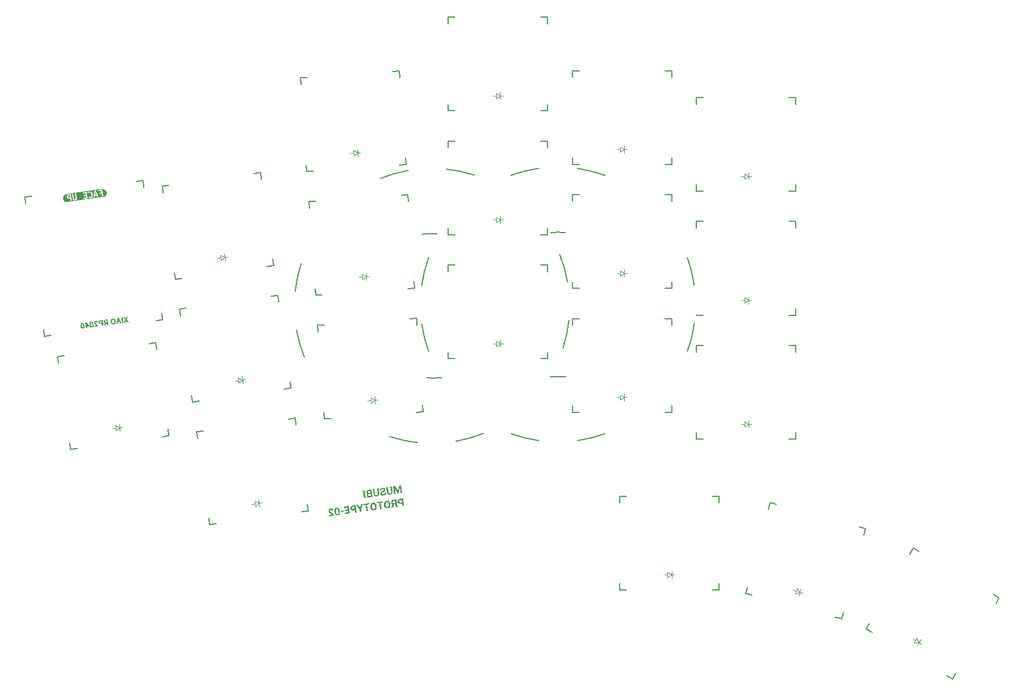
<source format=gbo>
G04 #@! TF.GenerationSoftware,KiCad,Pcbnew,(6.0.7-1)-1*
G04 #@! TF.CreationDate,2023-01-14T03:29:51-05:00*
G04 #@! TF.ProjectId,musubi_rev2,6d757375-6269-45f7-9265-76322e6b6963,rev?*
G04 #@! TF.SameCoordinates,Original*
G04 #@! TF.FileFunction,Legend,Bot*
G04 #@! TF.FilePolarity,Positive*
%FSLAX46Y46*%
G04 Gerber Fmt 4.6, Leading zero omitted, Abs format (unit mm)*
G04 Created by KiCad (PCBNEW (6.0.7-1)-1) date 2023-01-14 03:29:51*
%MOMM*%
%LPD*%
G01*
G04 APERTURE LIST*
G04 Aperture macros list*
%AMHorizOval*
0 Thick line with rounded ends*
0 $1 width*
0 $2 $3 position (X,Y) of the first rounded end (center of the circle)*
0 $4 $5 position (X,Y) of the second rounded end (center of the circle)*
0 Add line between two ends*
20,1,$1,$2,$3,$4,$5,0*
0 Add two circle primitives to create the rounded ends*
1,1,$1,$2,$3*
1,1,$1,$4,$5*%
%AMRotRect*
0 Rectangle, with rotation*
0 The origin of the aperture is its center*
0 $1 length*
0 $2 width*
0 $3 Rotation angle, in degrees counterclockwise*
0 Add horizontal line*
21,1,$1,$2,0,0,$3*%
G04 Aperture macros list end*
%ADD10C,0.100000*%
%ADD11C,0.150000*%
%ADD12C,0.200000*%
%ADD13R,1.200000X1.200000*%
%ADD14O,0.300000X4.100000*%
%ADD15C,1.300000*%
%ADD16O,5.100000X0.300000*%
%ADD17O,2.000000X4.100000*%
%ADD18O,5.100000X4.100000*%
%ADD19C,1.600000*%
%ADD20C,1.400000*%
%ADD21RotRect,1.200000X1.200000X184.000000*%
%ADD22C,1.500000*%
%ADD23O,2.200000X1.600000*%
%ADD24HorizOval,0.300000X2.376643X0.334015X-2.376643X-0.334015X0*%
%ADD25HorizOval,0.300000X-0.264429X1.881509X0.264429X-1.881509X0*%
%ADD26HorizOval,4.100000X0.495134X0.069587X-0.495134X-0.069587X0*%
%ADD27HorizOval,2.000000X-0.146132X1.039781X0.146132X-1.039781X0*%
%ADD28RotRect,1.200000X1.200000X188.000000*%
%ADD29C,2.600000*%
%ADD30C,4.400000*%
%ADD31HorizOval,0.300000X2.394154X0.167416X-2.394154X-0.167416X0*%
%ADD32HorizOval,0.300000X-0.132537X1.895372X0.132537X-1.895372X0*%
%ADD33HorizOval,2.000000X-0.073244X1.047442X0.073244X-1.047442X0*%
%ADD34HorizOval,4.100000X0.498782X0.034878X-0.498782X-0.034878X0*%
%ADD35HorizOval,2.000000X-0.525000X-0.909327X0.525000X0.909327X0*%
%ADD36HorizOval,0.300000X2.078461X-1.200000X-2.078461X1.200000X0*%
%ADD37HorizOval,4.100000X0.433013X-0.250000X-0.433013X0.250000X0*%
%ADD38HorizOval,0.300000X-0.950000X-1.645448X0.950000X1.645448X0*%
%ADD39HorizOval,1.800000X0.470377X0.066107X-0.470377X-0.066107X0*%
%ADD40HorizOval,1.800000X-0.470377X-0.066107X0.470377X0.066107X0*%
%ADD41C,1.397000*%
%ADD42RotRect,1.200000X1.200000X165.000000*%
%ADD43RotRect,1.200000X1.200000X150.000000*%
%ADD44HorizOval,0.300000X2.318222X-0.621166X-2.318222X0.621166X0*%
%ADD45HorizOval,4.100000X0.482963X-0.129410X-0.482963X0.129410X0*%
%ADD46HorizOval,0.300000X-0.491756X-1.835259X0.491756X1.835259X0*%
%ADD47HorizOval,2.000000X-0.271760X-1.014222X0.271760X1.014222X0*%
G04 APERTURE END LIST*
D10*
X153616364Y-98450848D02*
X153616364Y-99000848D01*
X154016364Y-98450848D02*
X153616364Y-98450848D01*
X153016364Y-98450848D02*
X152516364Y-98450848D01*
X153616364Y-98450848D02*
X153616364Y-97900848D01*
X153016364Y-98050848D02*
X153616364Y-98450848D01*
X153616364Y-98450848D02*
X153016364Y-98850848D01*
X153016364Y-98850848D02*
X153016364Y-98050848D01*
D11*
X160666363Y-50701074D02*
X160666363Y-49701074D01*
X159666363Y-63701074D02*
X160666363Y-63701074D01*
X160666363Y-49701074D02*
X159666363Y-49701074D01*
X145866363Y-49701074D02*
X145866363Y-50701074D01*
X145866371Y-49700910D02*
X146866371Y-49700910D01*
X146866371Y-63700910D02*
X145866371Y-63700910D01*
X160666371Y-62700910D02*
X160666371Y-63700910D01*
X145866371Y-63700910D02*
X145866371Y-62700910D01*
D10*
X115843283Y-98921997D02*
X115344501Y-98956875D01*
X115871186Y-99321023D02*
X115815380Y-98522971D01*
X115815380Y-98522971D02*
X116441821Y-98880143D01*
X116441821Y-98880143D02*
X116480187Y-99428803D01*
X116840847Y-98852241D02*
X116441821Y-98880143D01*
X116441821Y-98880143D02*
X115871186Y-99321023D01*
X116441821Y-98880143D02*
X116403455Y-98331483D01*
X134516439Y-53850910D02*
X134516439Y-53050910D01*
X134516439Y-53050910D02*
X135116439Y-53450910D01*
X134516439Y-53450910D02*
X134016439Y-53450910D01*
X135116439Y-53450910D02*
X135116439Y-52900910D01*
X135116439Y-53450910D02*
X135116439Y-54000910D01*
X135116439Y-53450910D02*
X134516439Y-53850910D01*
X135516439Y-53450910D02*
X135116439Y-53450910D01*
X171516327Y-65850912D02*
X171516327Y-65050912D01*
X172116327Y-65450912D02*
X172116327Y-64900912D01*
X171516327Y-65050912D02*
X172116327Y-65450912D01*
X172116327Y-65450912D02*
X171516327Y-65850912D01*
X172516327Y-65450912D02*
X172116327Y-65450912D01*
X172116327Y-65450912D02*
X172116327Y-66000912D01*
X171516327Y-65450912D02*
X171016327Y-65450912D01*
D11*
X152911612Y-127200783D02*
X152911612Y-126200783D01*
X153911612Y-127200783D02*
X152911612Y-127200783D01*
X166711604Y-127200947D02*
X167711604Y-127200947D01*
X152911612Y-113200783D02*
X153911612Y-113200783D01*
X167711612Y-126200783D02*
X167711612Y-127200783D01*
X152911604Y-113200947D02*
X152911604Y-114200947D01*
X167711604Y-113200947D02*
X166711604Y-113200947D01*
X167711604Y-114200947D02*
X167711604Y-113200947D01*
X91822189Y-117468418D02*
X91683016Y-116478150D01*
X104529748Y-101545067D02*
X103539480Y-101684240D01*
X104668921Y-102535335D02*
X104529748Y-101545067D01*
X105487903Y-115547993D02*
X106478171Y-115408820D01*
X89873780Y-103604829D02*
X90012954Y-104595097D01*
X89873766Y-103604665D02*
X90864034Y-103465492D01*
X92812457Y-117329245D02*
X91822189Y-117468418D01*
X106338983Y-114418388D02*
X106478156Y-115408656D01*
D10*
X99167978Y-114260231D02*
X98629486Y-114739843D01*
X98518148Y-113947628D02*
X99167978Y-114260231D01*
X99167978Y-114260231D02*
X99091433Y-113715584D01*
X99564085Y-114204562D02*
X99167978Y-114260231D01*
X98629486Y-114739843D02*
X98518148Y-113947628D01*
X98573817Y-114343735D02*
X98078683Y-114413322D01*
X99167978Y-114260231D02*
X99244523Y-114804879D01*
X172116324Y-83950865D02*
X172116324Y-84500865D01*
X172116324Y-83950865D02*
X172116324Y-83400865D01*
X172116324Y-83950865D02*
X171516324Y-84350865D01*
X171516324Y-83950865D02*
X171016324Y-83950865D01*
X171516324Y-84350865D02*
X171516324Y-83550865D01*
X171516324Y-83550865D02*
X172116324Y-83950865D01*
X172516324Y-83950865D02*
X172116324Y-83950865D01*
D11*
X122634055Y-100702785D02*
X123631619Y-100633028D01*
X123561859Y-99635300D02*
X123631615Y-100632864D01*
X107891080Y-87699527D02*
X107960837Y-88697091D01*
X109865231Y-101595503D02*
X108867667Y-101665260D01*
X122724785Y-87664695D02*
X122655028Y-86667131D01*
X122655028Y-86667131D02*
X121657464Y-86736888D01*
X107891077Y-87699363D02*
X108888641Y-87629607D01*
X108867667Y-101665260D02*
X108797911Y-100667696D01*
X209508193Y-128365857D02*
X208642168Y-127865857D01*
X190557131Y-133590075D02*
X189691106Y-133090075D01*
X189691106Y-133090075D02*
X190191106Y-132224049D01*
X209008193Y-129231883D02*
X209508193Y-128365857D01*
X203008282Y-139624049D02*
X202508282Y-140490075D01*
X196691017Y-120965857D02*
X196191017Y-121831883D01*
X201642168Y-139990213D02*
X202508193Y-140490213D01*
X196691106Y-120965719D02*
X197557131Y-121465719D01*
X72048954Y-106109745D02*
X71058686Y-106248918D01*
X71058686Y-106248918D02*
X70919513Y-105258650D01*
X85575480Y-103198888D02*
X85714653Y-104189156D01*
X69110263Y-92385165D02*
X70100531Y-92245992D01*
X69110277Y-92385329D02*
X69249451Y-93375597D01*
X83905418Y-91315835D02*
X83766245Y-90325567D01*
X83766245Y-90325567D02*
X82775977Y-90464740D01*
X84724400Y-104328493D02*
X85714668Y-104189320D01*
D12*
X143723799Y-73807981D02*
G75*
G03*
X142595414Y-73867117I-6J-10794921D01*
G01*
X163009933Y-91611029D02*
G75*
G03*
X164043799Y-87460481I-19286134J7008048D01*
G01*
X146581299Y-104922981D02*
G75*
G03*
X150731844Y-103889116I-2857506J20320019D01*
G01*
X136715754Y-103889115D02*
G75*
G03*
X140866299Y-104922981I7008105J19286364D01*
G01*
X123403798Y-87460481D02*
G75*
G03*
X124437664Y-91611027I20320001J2857500D01*
G01*
X124437664Y-77594937D02*
G75*
G03*
X123403799Y-81745481I19286255J-7008074D01*
G01*
X164043799Y-81745481D02*
G75*
G03*
X163009933Y-77594933I-20320000J-2857500D01*
G01*
X140866299Y-64282980D02*
G75*
G03*
X136715753Y-65316846I2857500J-20320001D01*
G01*
X144852184Y-73867118D02*
G75*
G03*
X143723799Y-73807981I-1128385J-10735763D01*
G01*
X143723799Y-95397982D02*
G75*
G03*
X144852184Y-95338845I0J10794901D01*
G01*
X150731848Y-65316848D02*
G75*
G03*
X146581299Y-64282981I-7008049J-19286133D01*
G01*
X142595414Y-95338845D02*
G75*
G03*
X143723799Y-95397981I1128379J10735785D01*
G01*
D11*
X179166325Y-91700992D02*
X179166325Y-90700992D01*
X178166325Y-104700992D02*
X179166325Y-104700992D01*
X165366333Y-104700828D02*
X164366333Y-104700828D01*
X164366333Y-90700828D02*
X165366333Y-90700828D01*
X179166325Y-90700992D02*
X178166325Y-90700992D01*
X164366333Y-104700828D02*
X164366333Y-103700828D01*
X164366325Y-90700992D02*
X164366325Y-91700992D01*
X179166333Y-103700828D02*
X179166333Y-104700828D01*
D10*
X134521404Y-90850920D02*
X134521404Y-90050920D01*
X135121404Y-90450920D02*
X135121404Y-91000920D01*
X134521404Y-90050920D02*
X135121404Y-90450920D01*
X135521404Y-90450920D02*
X135121404Y-90450920D01*
X135121404Y-90450920D02*
X134521404Y-90850920D01*
X135121404Y-90450920D02*
X135121404Y-89900920D01*
X134521404Y-90450920D02*
X134021404Y-90450920D01*
X113262263Y-62012177D02*
X112763481Y-62047055D01*
X113290166Y-62411203D02*
X113234360Y-61613151D01*
X113860801Y-61970323D02*
X113290166Y-62411203D01*
X113234360Y-61613151D02*
X113860801Y-61970323D01*
X113860801Y-61970323D02*
X113822435Y-61421663D01*
X113860801Y-61970323D02*
X113899167Y-62518983D01*
X114259827Y-61942421D02*
X113860801Y-61970323D01*
D11*
X141166440Y-55701089D02*
X142166440Y-55701089D01*
X127366448Y-55700925D02*
X127366448Y-54700925D01*
X142166440Y-42701089D02*
X142166440Y-41701089D01*
X127366440Y-41701089D02*
X127366440Y-42701089D01*
X142166440Y-41701089D02*
X141166440Y-41701089D01*
X142166448Y-54700925D02*
X142166448Y-55700925D01*
X128366448Y-55700925D02*
X127366448Y-55700925D01*
X127366448Y-41700925D02*
X128366448Y-41700925D01*
X87299079Y-85284905D02*
X87438253Y-86275173D01*
X87299065Y-85284741D02*
X88289333Y-85145568D01*
X103764282Y-96098464D02*
X103903455Y-97088732D01*
X101955047Y-83225143D02*
X100964779Y-83364316D01*
X102913202Y-97228069D02*
X103903470Y-97088896D01*
X102094220Y-84215411D02*
X101955047Y-83225143D01*
X90237756Y-99009321D02*
X89247488Y-99148494D01*
X89247488Y-99148494D02*
X89108315Y-98158226D01*
X142166414Y-60201075D02*
X141166414Y-60201075D01*
X142166414Y-61201075D02*
X142166414Y-60201075D01*
X127366422Y-60200911D02*
X128366422Y-60200911D01*
X127366414Y-60201075D02*
X127366414Y-61201075D01*
X141166414Y-74201075D02*
X142166414Y-74201075D01*
X127366422Y-74200911D02*
X127366422Y-73200911D01*
X128366422Y-74200911D02*
X127366422Y-74200911D01*
X142166422Y-73200911D02*
X142166422Y-74200911D01*
X64252327Y-68548975D02*
X64391500Y-69539243D01*
X81859293Y-66074478D02*
X80869025Y-66213651D01*
X84781929Y-86870107D02*
X83791660Y-87009280D01*
X67174962Y-89344605D02*
X68165230Y-89205432D01*
X67174962Y-89344605D02*
X67035789Y-88354337D01*
X81859293Y-66074478D02*
X81998466Y-67064746D01*
X64252327Y-68548975D02*
X65242595Y-68409802D01*
X84781929Y-86870107D02*
X84642755Y-85879839D01*
G36*
X70993435Y-68594146D02*
G01*
X70914832Y-68605193D01*
X70832181Y-68607390D01*
X70769727Y-68587913D01*
X70727313Y-68542775D01*
X70704780Y-68467991D01*
X70706184Y-68393851D01*
X70734254Y-68341212D01*
X70784565Y-68307088D01*
X70852689Y-68288498D01*
X70900747Y-68282544D01*
X70949247Y-68279736D01*
X70993435Y-68594146D01*
G37*
G36*
X73603972Y-68857576D02*
G01*
X71741091Y-69119387D01*
X71066682Y-69214169D01*
X70602927Y-69279346D01*
X70602796Y-69279364D01*
X70489408Y-69284067D01*
X70377280Y-69266559D01*
X70270724Y-69227512D01*
X70173832Y-69168427D01*
X70090328Y-69091574D01*
X70023423Y-68999908D01*
X69975686Y-68896950D01*
X69948953Y-68786658D01*
X69944250Y-68673270D01*
X69961758Y-68561142D01*
X70000806Y-68454586D01*
X70016664Y-68428581D01*
X70494938Y-68428581D01*
X70498276Y-68534718D01*
X70524557Y-68638700D01*
X70570700Y-68717981D01*
X70636706Y-68772560D01*
X70720948Y-68804807D01*
X70821798Y-68817084D01*
X70939258Y-68809394D01*
X71008428Y-68799673D01*
X71054604Y-69128231D01*
X71247966Y-69101055D01*
X71112973Y-68140533D01*
X71047758Y-68138476D01*
X70975236Y-68141454D01*
X70903942Y-68147467D01*
X70842411Y-68154511D01*
X70729192Y-68179062D01*
X70636868Y-68217954D01*
X70565441Y-68271187D01*
X70517326Y-68340737D01*
X70494938Y-68428581D01*
X70016664Y-68428581D01*
X70059891Y-68357694D01*
X70136743Y-68274191D01*
X70228409Y-68207285D01*
X70331367Y-68159549D01*
X70441659Y-68132816D01*
X70441790Y-68132797D01*
X70622435Y-68107409D01*
X71257407Y-68107409D01*
X71344677Y-68728369D01*
X71359986Y-68808777D01*
X71382050Y-68880220D01*
X71412668Y-68941244D01*
X71453641Y-68990392D01*
X71505279Y-69027019D01*
X71567891Y-69050482D01*
X71642939Y-69059773D01*
X71731886Y-69053886D01*
X71817634Y-69035221D01*
X71886231Y-69005742D01*
X71977134Y-68916820D01*
X72001794Y-68858448D01*
X72014014Y-68791404D01*
X72015530Y-68716646D01*
X72008082Y-68635133D01*
X71920812Y-68014174D01*
X71725878Y-68041570D01*
X71811381Y-68649953D01*
X71819564Y-68753806D01*
X71807730Y-68823601D01*
X71771153Y-68865613D01*
X71705101Y-68886118D01*
X71635957Y-68884614D01*
X71588319Y-68853636D01*
X71556810Y-68789131D01*
X71536051Y-68687046D01*
X71450769Y-68080234D01*
X71257407Y-68107409D01*
X70622435Y-68107409D01*
X72230637Y-67881391D01*
X72865614Y-67881391D01*
X72888150Y-68041740D01*
X73284307Y-67986064D01*
X73315017Y-68204578D01*
X72970738Y-68252963D01*
X72993274Y-68413312D01*
X73337552Y-68364927D01*
X73375995Y-68638464D01*
X72945254Y-68699001D01*
X72967789Y-68859350D01*
X73591894Y-68771638D01*
X73459033Y-67826283D01*
X73611327Y-67826283D01*
X73683284Y-67973274D01*
X73764899Y-67920925D01*
X73879697Y-67887958D01*
X73970838Y-67891982D01*
X74055601Y-67936178D01*
X74125095Y-68031415D01*
X74151174Y-68101492D01*
X74168853Y-68188781D01*
X74176875Y-68292123D01*
X74169715Y-68379963D01*
X74147375Y-68452303D01*
X74081083Y-68529552D01*
X73971998Y-68567526D01*
X73844590Y-68567799D01*
X73760341Y-68544370D01*
X73733038Y-68703708D01*
X73850385Y-68734507D01*
X73927884Y-68739848D01*
X74014503Y-68733085D01*
X74138904Y-68700639D01*
X74231864Y-68645262D01*
X74491107Y-68645262D01*
X74698617Y-68616098D01*
X74712612Y-68384888D01*
X74972001Y-68348433D01*
X75047613Y-68567050D01*
X75248835Y-68538770D01*
X75205218Y-68429637D01*
X75162051Y-68324609D01*
X75119332Y-68223686D01*
X75077062Y-68126868D01*
X75035240Y-68034155D01*
X74983752Y-67922310D01*
X74933281Y-67813430D01*
X74883829Y-67707511D01*
X74835394Y-67604556D01*
X74624739Y-67634162D01*
X74605454Y-67747536D01*
X74586724Y-67864138D01*
X74568547Y-67983969D01*
X74550924Y-68107030D01*
X74537431Y-68208351D01*
X74524702Y-68312834D01*
X74512739Y-68420481D01*
X74501539Y-68531290D01*
X74491107Y-68645262D01*
X74231864Y-68645262D01*
X74237521Y-68641892D01*
X74310354Y-68556845D01*
X74347551Y-68477173D01*
X74369227Y-68385455D01*
X74375385Y-68281691D01*
X74366022Y-68165880D01*
X74341695Y-68052673D01*
X74302740Y-67955149D01*
X74251008Y-67873648D01*
X74188350Y-67808510D01*
X74115832Y-67760189D01*
X74034519Y-67729135D01*
X73946262Y-67715688D01*
X73852913Y-67720191D01*
X73760591Y-67741983D01*
X73690252Y-67771908D01*
X73640903Y-67802889D01*
X73611327Y-67826283D01*
X73459033Y-67826283D01*
X73455134Y-67798539D01*
X72865614Y-67881391D01*
X72230637Y-67881391D01*
X74582432Y-67550868D01*
X75217402Y-67550868D01*
X75239937Y-67711218D01*
X75642382Y-67654658D01*
X75675523Y-67890465D01*
X75323384Y-67939955D01*
X75345919Y-68100304D01*
X75698059Y-68050814D01*
X75756607Y-68467407D01*
X75949970Y-68440232D01*
X75813210Y-67467133D01*
X75217402Y-67550868D01*
X74582432Y-67550868D01*
X75800911Y-67379622D01*
X75801041Y-67379604D01*
X75914429Y-67374900D01*
X76026557Y-67392409D01*
X76133113Y-67431456D01*
X76230006Y-67490541D01*
X76313509Y-67567394D01*
X76380414Y-67659059D01*
X76428151Y-67762018D01*
X76454884Y-67872309D01*
X76459587Y-67985697D01*
X76442079Y-68097825D01*
X76403032Y-68204382D01*
X76343947Y-68301274D01*
X76267094Y-68384777D01*
X76175428Y-68451682D01*
X76072470Y-68499419D01*
X75962178Y-68526152D01*
X75962047Y-68526170D01*
X74710695Y-68702036D01*
X74023709Y-68798586D01*
X73603972Y-68857576D01*
G37*
G36*
X74813716Y-67870479D02*
G01*
X74852567Y-67964411D01*
X74888164Y-68058000D01*
X74921955Y-68155849D01*
X74731737Y-68182583D01*
X74736462Y-68079320D01*
X74744096Y-67979656D01*
X74755551Y-67878654D01*
X74769942Y-67770026D01*
X74813716Y-67870479D01*
G37*
D10*
X172116321Y-102463166D02*
X172116321Y-101913166D01*
X171516321Y-102863166D02*
X171516321Y-102063166D01*
X172116321Y-102463166D02*
X172116321Y-103013166D01*
X172516321Y-102463166D02*
X172116321Y-102463166D01*
X171516321Y-102463166D02*
X171016321Y-102463166D01*
X172116321Y-102463166D02*
X171516321Y-102863166D01*
X171516321Y-102063166D02*
X172116321Y-102463166D01*
X154016363Y-79950864D02*
X153616363Y-79950864D01*
X153016363Y-80350864D02*
X153016363Y-79550864D01*
X153016363Y-79950864D02*
X152516363Y-79950864D01*
X153616363Y-79950864D02*
X153616363Y-80500864D01*
X153616363Y-79950864D02*
X153016363Y-80350864D01*
X153616363Y-79950864D02*
X153616363Y-79400864D01*
X153016363Y-79550864D02*
X153616363Y-79950864D01*
X179092132Y-127758627D02*
X179299187Y-126985886D01*
X179775215Y-127527548D02*
X179917566Y-126996288D01*
X179299187Y-126985886D02*
X179775215Y-127527548D01*
X179775215Y-127527548D02*
X179632865Y-128058807D01*
X179195660Y-127372256D02*
X178712697Y-127242847D01*
X179775215Y-127527548D02*
X179092132Y-127758627D01*
X180161585Y-127631075D02*
X179775215Y-127527548D01*
D11*
X179166333Y-85200865D02*
X179166333Y-86200865D01*
X179166325Y-72201029D02*
X178166325Y-72201029D01*
X164366325Y-72201029D02*
X164366325Y-73201029D01*
X165366333Y-86200865D02*
X164366333Y-86200865D01*
X164366333Y-72200865D02*
X165366333Y-72200865D01*
X178166325Y-86201029D02*
X179166325Y-86201029D01*
X164366333Y-86200865D02*
X164366333Y-85200865D01*
X179166325Y-73201029D02*
X179166325Y-72201029D01*
D10*
X93441813Y-77617594D02*
X92946679Y-77687181D01*
X94035974Y-77534090D02*
X94112519Y-78078738D01*
X93497482Y-78013702D02*
X93386144Y-77221487D01*
X93386144Y-77221487D02*
X94035974Y-77534090D01*
X94035974Y-77534090D02*
X93959429Y-76989443D01*
X94035974Y-77534090D02*
X93497482Y-78013702D01*
X94432081Y-77478421D02*
X94035974Y-77534090D01*
D11*
X179166325Y-54701067D02*
X179166325Y-53701067D01*
X165366333Y-67700903D02*
X164366333Y-67700903D01*
X164366333Y-53700903D02*
X165366333Y-53700903D01*
X178166325Y-67701067D02*
X179166325Y-67701067D01*
X179166325Y-53701067D02*
X178166325Y-53701067D01*
X164366333Y-67700903D02*
X164366333Y-66700903D01*
X179166333Y-66700903D02*
X179166333Y-67700903D01*
X164366325Y-53701067D02*
X164366325Y-54701067D01*
X100338552Y-78908140D02*
X101328820Y-78768967D01*
X101189632Y-77778535D02*
X101328805Y-78768803D01*
X86672838Y-80828565D02*
X86533665Y-79838297D01*
X99519570Y-65895482D02*
X99380397Y-64905214D01*
X84724429Y-66964976D02*
X84863603Y-67955244D01*
X84724415Y-66964812D02*
X85714683Y-66825639D01*
X87663106Y-80689392D02*
X86672838Y-80828565D01*
X99380397Y-64905214D02*
X98390129Y-65044387D01*
D10*
X114524869Y-80068059D02*
X115151310Y-80425231D01*
X115550336Y-80397329D02*
X115151310Y-80425231D01*
X114580675Y-80866111D02*
X114524869Y-80068059D01*
X115151310Y-80425231D02*
X114580675Y-80866111D01*
X115151310Y-80425231D02*
X115112944Y-79876571D01*
X115151310Y-80425231D02*
X115189676Y-80973891D01*
X114552772Y-80467085D02*
X114053990Y-80501963D01*
D11*
X145866370Y-68200874D02*
X146866370Y-68200874D01*
X160666362Y-68201038D02*
X159666362Y-68201038D01*
X160666370Y-81200874D02*
X160666370Y-82200874D01*
X159666362Y-82201038D02*
X160666362Y-82201038D01*
X145866362Y-68201038D02*
X145866362Y-69201038D01*
X160666362Y-69201038D02*
X160666362Y-68201038D01*
X146866370Y-82200874D02*
X145866370Y-82200874D01*
X145866370Y-82200874D02*
X145866370Y-81200874D01*
D10*
X161061606Y-124950782D02*
X160661606Y-124950782D01*
X160061606Y-124550782D02*
X160661606Y-124950782D01*
X160061606Y-124950782D02*
X159561606Y-124950782D01*
X160661606Y-124950782D02*
X160661606Y-125500782D01*
X160661606Y-124950782D02*
X160661606Y-124400782D01*
X160661606Y-124950782D02*
X160061606Y-125350782D01*
X160061606Y-125350782D02*
X160061606Y-124550782D01*
X196793958Y-135097043D02*
X197193958Y-134404223D01*
X197513573Y-135050633D02*
X197238573Y-135526947D01*
X197513573Y-135050633D02*
X196793958Y-135097043D01*
X197193958Y-134404223D02*
X197513573Y-135050633D01*
X197513573Y-135050633D02*
X197788573Y-134574319D01*
X196993958Y-134750633D02*
X196560945Y-134500633D01*
X197859983Y-135250633D02*
X197513573Y-135050633D01*
X153016360Y-61050901D02*
X153616360Y-61450901D01*
X153616360Y-61450901D02*
X153016360Y-61850901D01*
X153016360Y-61450901D02*
X152516360Y-61450901D01*
X153016360Y-61850901D02*
X153016360Y-61050901D01*
X154016360Y-61450901D02*
X153616360Y-61450901D01*
X153616360Y-61450901D02*
X153616360Y-62000901D01*
X153616360Y-61450901D02*
X153616360Y-60900901D01*
D11*
X160666361Y-87701000D02*
X160666361Y-86701000D01*
X146866369Y-100700836D02*
X145866369Y-100700836D01*
X160666361Y-86701000D02*
X159666361Y-86701000D01*
X160666369Y-99700836D02*
X160666369Y-100700836D01*
X145866369Y-100700836D02*
X145866369Y-99700836D01*
X145866369Y-86700836D02*
X146866369Y-86700836D01*
X145866361Y-86701000D02*
X145866361Y-87701000D01*
X159666361Y-100701000D02*
X160666361Y-100701000D01*
D10*
X96667979Y-95860231D02*
X96591434Y-95315584D01*
X96018149Y-95547628D02*
X96667979Y-95860231D01*
X97064086Y-95804562D02*
X96667979Y-95860231D01*
X96073818Y-95943735D02*
X95578684Y-96013322D01*
X96667979Y-95860231D02*
X96744524Y-96404879D01*
X96129487Y-96339843D02*
X96018149Y-95547628D01*
X96667979Y-95860231D02*
X96129487Y-96339843D01*
D11*
X142166405Y-79701080D02*
X142166405Y-78701080D01*
X141166405Y-92701080D02*
X142166405Y-92701080D01*
X127366413Y-92700916D02*
X127366413Y-91700916D01*
X127366405Y-78701080D02*
X127366405Y-79701080D01*
X142166405Y-78701080D02*
X141166405Y-78701080D01*
X128366413Y-92700916D02*
X127366413Y-92700916D01*
X127366413Y-78700916D02*
X128366413Y-78700916D01*
X142166413Y-91700916D02*
X142166413Y-92700916D01*
X121364512Y-68212233D02*
X120366948Y-68281990D01*
X106600564Y-69244629D02*
X106670321Y-70242193D01*
X121434269Y-69209797D02*
X121364512Y-68212233D01*
X122271343Y-81180402D02*
X122341099Y-82177966D01*
X106600561Y-69244465D02*
X107598125Y-69174709D01*
X108574715Y-83140605D02*
X107577151Y-83210362D01*
X107577151Y-83210362D02*
X107507395Y-82212798D01*
X121343539Y-82247887D02*
X122341103Y-82178130D01*
D10*
X135116417Y-71950924D02*
X135116417Y-71400924D01*
X134516417Y-71950924D02*
X134016417Y-71950924D01*
X134516417Y-72350924D02*
X134516417Y-71550924D01*
X135116417Y-71950924D02*
X135116417Y-72500924D01*
X134516417Y-71550924D02*
X135116417Y-71950924D01*
X135116417Y-71950924D02*
X134516417Y-72350924D01*
X135516417Y-71950924D02*
X135116417Y-71950924D01*
D12*
X145155488Y-81241044D02*
G75*
G03*
X143977400Y-77129106I-20207896J-3564917D01*
G01*
X124570852Y-74017537D02*
G75*
G03*
X123445218Y-74116017I376731J-10788345D01*
G01*
X125700613Y-74037258D02*
G75*
G03*
X124570852Y-74017537I-753024J-10768603D01*
G01*
X105428628Y-78475263D02*
G75*
G03*
X104540245Y-82659359I19519125J-6330732D01*
G01*
X121382675Y-64598065D02*
G75*
G03*
X117270739Y-65776152I3564917J-20207896D01*
G01*
X144466554Y-91136664D02*
G75*
G03*
X145354939Y-86952563I-19518962J6330703D01*
G01*
X124194571Y-95574665D02*
G75*
G03*
X125324332Y-95594385I753018J10768625D01*
G01*
X104739696Y-88370878D02*
G75*
G03*
X105917783Y-92482814I20207896J3564917D01*
G01*
X131278296Y-65286999D02*
G75*
G03*
X127094194Y-64398614I-6330704J-19518962D01*
G01*
X128512509Y-105013857D02*
G75*
G03*
X132624444Y-103835770I-3564924J20207915D01*
G01*
X118616893Y-104324924D02*
G75*
G03*
X122800990Y-105213308I6330717J19519024D01*
G01*
X125324332Y-95594386D02*
G75*
G03*
X126449966Y-95495905I-376737J10788325D01*
G01*
D11*
X171688921Y-127724399D02*
X171947740Y-126758473D01*
X189608040Y-118032116D02*
X188642114Y-117773297D01*
X172654847Y-127983218D02*
X171688921Y-127724399D01*
X185018648Y-131296258D02*
X185984573Y-131555077D01*
X189349221Y-118998041D02*
X189608040Y-118032116D01*
X175312388Y-114201437D02*
X176278314Y-114460256D01*
X186243443Y-130588995D02*
X185984624Y-131554921D01*
X175312338Y-114201594D02*
X175053519Y-115167520D01*
D10*
X78367978Y-102960232D02*
X77829486Y-103439844D01*
X77718148Y-102647629D02*
X78367978Y-102960232D01*
X78367978Y-102960232D02*
X78444523Y-103504880D01*
X77829486Y-103439844D02*
X77718148Y-102647629D01*
X77773817Y-103043736D02*
X77278683Y-103113323D01*
X78367978Y-102960232D02*
X78291433Y-102415585D01*
X78764085Y-102904563D02*
X78367978Y-102960232D01*
D11*
X107284202Y-64685709D02*
X106286638Y-64755466D01*
X106286638Y-64755466D02*
X106216882Y-63757902D01*
X120053026Y-63792991D02*
X121050590Y-63723234D01*
X120980830Y-62725506D02*
X121050586Y-63723070D01*
X105310048Y-50789569D02*
X106307612Y-50719813D01*
X120073999Y-49757337D02*
X119076435Y-49827094D01*
X120143756Y-50754901D02*
X120073999Y-49757337D01*
X105310051Y-50789733D02*
X105379808Y-51787297D01*
G36*
X79442702Y-86838639D02*
G01*
X79752521Y-87226009D01*
X79551600Y-87254246D01*
X79349141Y-86983292D01*
X79229208Y-87299556D01*
X79028287Y-87327793D01*
X79219331Y-86870032D01*
X78916816Y-86488681D01*
X79115433Y-86460767D01*
X79313217Y-86727681D01*
X79429767Y-86416590D01*
X79628384Y-86388676D01*
X79442702Y-86838639D01*
G37*
G36*
X73497362Y-87920186D02*
G01*
X73522848Y-88101532D01*
X73356471Y-88124915D01*
X73330984Y-87943569D01*
X73235993Y-87956919D01*
X73217141Y-87822781D01*
X73312132Y-87809430D01*
X73267258Y-87490137D01*
X73436922Y-87490137D01*
X73478510Y-87786048D01*
X73663886Y-87759995D01*
X73450531Y-87507598D01*
X73436922Y-87490137D01*
X73267258Y-87490137D01*
X73238666Y-87286693D01*
X73406771Y-87263067D01*
X73833814Y-87766053D01*
X73841056Y-87871883D01*
X73682738Y-87894133D01*
X73497362Y-87920186D01*
G37*
G36*
X77404835Y-87561956D02*
G01*
X77340190Y-87553821D01*
X77279272Y-87533681D01*
X77223742Y-87502216D01*
X77175261Y-87460106D01*
X77133829Y-87407353D01*
X77100307Y-87345203D01*
X77075555Y-87274906D01*
X77059573Y-87196462D01*
X77054314Y-87159041D01*
X77048182Y-87079442D01*
X77049892Y-87052277D01*
X77223128Y-87052277D01*
X77229246Y-87133869D01*
X77234991Y-87174744D01*
X77251761Y-87254153D01*
X77276815Y-87318243D01*
X77310153Y-87367015D01*
X77374051Y-87410210D01*
X77453303Y-87416464D01*
X77529111Y-87387758D01*
X77579217Y-87326558D01*
X77597910Y-87269268D01*
X77604315Y-87200659D01*
X77598431Y-87120731D01*
X77592686Y-87079855D01*
X77575861Y-87000519D01*
X77550642Y-86936648D01*
X77517029Y-86888242D01*
X77452761Y-86845539D01*
X77373384Y-86839449D01*
X77298359Y-86867459D01*
X77248298Y-86926890D01*
X77229479Y-86983285D01*
X77223128Y-87052277D01*
X77049892Y-87052277D01*
X77052873Y-87004908D01*
X77068387Y-86935443D01*
X77094090Y-86872797D01*
X77129346Y-86818724D01*
X77174158Y-86773223D01*
X77227123Y-86737240D01*
X77286844Y-86711725D01*
X77353318Y-86696675D01*
X77421366Y-86692819D01*
X77485805Y-86700885D01*
X77546637Y-86720874D01*
X77602254Y-86752262D01*
X77651050Y-86794522D01*
X77693024Y-86847656D01*
X77727093Y-86910219D01*
X77752174Y-86980763D01*
X77768265Y-87059289D01*
X77774091Y-87100740D01*
X77779673Y-87178981D01*
X77774532Y-87252404D01*
X77758669Y-87321005D01*
X77732680Y-87383006D01*
X77697164Y-87436627D01*
X77652120Y-87481867D01*
X77599036Y-87517703D01*
X77539399Y-87543109D01*
X77473207Y-87558087D01*
X77404835Y-87561956D01*
G37*
G36*
X74964029Y-87069159D02*
G01*
X75029273Y-87103653D01*
X75081325Y-87153944D01*
X75118109Y-87216729D01*
X75137544Y-87288703D01*
X74970589Y-87312166D01*
X74954418Y-87256098D01*
X74923700Y-87214550D01*
X74881105Y-87190816D01*
X74829293Y-87188192D01*
X74753186Y-87231470D01*
X74737359Y-87272368D01*
X74737315Y-87323230D01*
X74776222Y-87405823D01*
X74817198Y-87450405D01*
X74873803Y-87500716D01*
X75185575Y-87751611D01*
X75201595Y-87865600D01*
X74627045Y-87946347D01*
X74608193Y-87812209D01*
X74968582Y-87761559D01*
X74749787Y-87587421D01*
X74671699Y-87516351D01*
X74618135Y-87452697D01*
X74584975Y-87392192D01*
X74568096Y-87330573D01*
X74566234Y-87259539D01*
X74581900Y-87197651D01*
X74615093Y-87144911D01*
X74664451Y-87102750D01*
X74728607Y-87072598D01*
X74807564Y-87054457D01*
X74888994Y-87052186D01*
X74964029Y-87069159D01*
G37*
G36*
X74158731Y-88013469D02*
G01*
X74084180Y-87992636D01*
X74021593Y-87949248D01*
X73971706Y-87884375D01*
X73935259Y-87799088D01*
X73912250Y-87693387D01*
X73890566Y-87539099D01*
X73885009Y-87434109D01*
X73888442Y-87409721D01*
X74049312Y-87409721D01*
X74054841Y-87500748D01*
X74082835Y-87699941D01*
X74102519Y-87784649D01*
X74131595Y-87842204D01*
X74172182Y-87873046D01*
X74226393Y-87877608D01*
X74277825Y-87857685D01*
X74308917Y-87815229D01*
X74321008Y-87749318D01*
X74315438Y-87659032D01*
X74286796Y-87455233D01*
X74266798Y-87372991D01*
X74237284Y-87318065D01*
X74196898Y-87289177D01*
X74144289Y-87285049D01*
X74093497Y-87304297D01*
X74062018Y-87345045D01*
X74049312Y-87409721D01*
X73888442Y-87409721D01*
X73897640Y-87344371D01*
X73928463Y-87269884D01*
X73976951Y-87212027D01*
X74042582Y-87172177D01*
X74125356Y-87150335D01*
X74210989Y-87148607D01*
X74285198Y-87169096D01*
X74347983Y-87211805D01*
X74398286Y-87276162D01*
X74435048Y-87361600D01*
X74458271Y-87468119D01*
X74479955Y-87622408D01*
X74485517Y-87727430D01*
X74472898Y-87817264D01*
X74442098Y-87891911D01*
X74393632Y-87949928D01*
X74328014Y-87989874D01*
X74245245Y-88011747D01*
X74158731Y-88013469D01*
G37*
G36*
X76343266Y-87392238D02*
G01*
X76229224Y-87721176D01*
X76043848Y-87747229D01*
X76042715Y-87739169D01*
X76175920Y-87371140D01*
X76104481Y-87340598D01*
X76050546Y-87295708D01*
X76013645Y-87235216D01*
X75993308Y-87157865D01*
X75993098Y-87147409D01*
X76167959Y-87147409D01*
X76184176Y-87198040D01*
X76216478Y-87233642D01*
X76263000Y-87252421D01*
X76321878Y-87252586D01*
X76461198Y-87233005D01*
X76425840Y-86981423D01*
X76287096Y-87000922D01*
X76227624Y-87017941D01*
X76188531Y-87049413D01*
X76168936Y-87093261D01*
X76167959Y-87147409D01*
X75993098Y-87147409D01*
X75991789Y-87082086D01*
X76009890Y-87015942D01*
X76047610Y-86959434D01*
X76103721Y-86914042D01*
X76176995Y-86881239D01*
X76267435Y-86861027D01*
X76578890Y-86817255D01*
X76696694Y-87655477D01*
X76523984Y-87679750D01*
X76480859Y-87372901D01*
X76343266Y-87392238D01*
G37*
G36*
X78100162Y-87282111D02*
G01*
X78066289Y-87462993D01*
X77882640Y-87488803D01*
X77961069Y-87135662D01*
X78127133Y-87135662D01*
X78336688Y-87106211D01*
X78188391Y-86807097D01*
X78127133Y-87135662D01*
X77961069Y-87135662D01*
X78078593Y-86606485D01*
X78238638Y-86583992D01*
X78668473Y-87378362D01*
X78484825Y-87404172D01*
X78402982Y-87239552D01*
X78356349Y-87246106D01*
X78100162Y-87282111D01*
G37*
G36*
X78930418Y-87341548D02*
G01*
X78757707Y-87365821D01*
X78639903Y-86527598D01*
X78812614Y-86503325D01*
X78930418Y-87341548D01*
G37*
G36*
X72805832Y-88203607D02*
G01*
X72731281Y-88182774D01*
X72668693Y-88139386D01*
X72618807Y-88074512D01*
X72582359Y-87989226D01*
X72559350Y-87883525D01*
X72537666Y-87729237D01*
X72532108Y-87624247D01*
X72535541Y-87599859D01*
X72696412Y-87599859D01*
X72701941Y-87690886D01*
X72729935Y-87890078D01*
X72749619Y-87974786D01*
X72778696Y-88032342D01*
X72819282Y-88063183D01*
X72873494Y-88067746D01*
X72924925Y-88047822D01*
X72956016Y-88005367D01*
X72968108Y-87939456D01*
X72962537Y-87849169D01*
X72933895Y-87645371D01*
X72913898Y-87563129D01*
X72884383Y-87508203D01*
X72843998Y-87479314D01*
X72791389Y-87475187D01*
X72740597Y-87494434D01*
X72709118Y-87535183D01*
X72696412Y-87599859D01*
X72535541Y-87599859D01*
X72544740Y-87534508D01*
X72575563Y-87460022D01*
X72624051Y-87402164D01*
X72689683Y-87362314D01*
X72772456Y-87340473D01*
X72858088Y-87338744D01*
X72932298Y-87359234D01*
X72995083Y-87401942D01*
X73045387Y-87466300D01*
X73082149Y-87551738D01*
X73105371Y-87658257D01*
X73127054Y-87812546D01*
X73132617Y-87917568D01*
X73119999Y-88007402D01*
X73089199Y-88082049D01*
X73040732Y-88140066D01*
X72975114Y-88180012D01*
X72892346Y-88201885D01*
X72805832Y-88203607D01*
G37*
G36*
X75578625Y-87511443D02*
G01*
X75485306Y-87516502D01*
X75404159Y-87503739D01*
X75335184Y-87473152D01*
X75280854Y-87426549D01*
X75243638Y-87365734D01*
X75223537Y-87290706D01*
X75223194Y-87267342D01*
X75398137Y-87267342D01*
X75414576Y-87319042D01*
X75447064Y-87354398D01*
X75494575Y-87372378D01*
X75556085Y-87371952D01*
X75710373Y-87350268D01*
X75673397Y-87087172D01*
X75515080Y-87109422D01*
X75459541Y-87127795D01*
X75420409Y-87162649D01*
X75399377Y-87210369D01*
X75398137Y-87267342D01*
X75223194Y-87267342D01*
X75222389Y-87212567D01*
X75241760Y-87140496D01*
X75280689Y-87077566D01*
X75338213Y-87026845D01*
X75411932Y-86990066D01*
X75499448Y-86968960D01*
X75826446Y-86923004D01*
X75944251Y-87761226D01*
X75771540Y-87785499D01*
X75730034Y-87490164D01*
X75578625Y-87511443D01*
G37*
G36*
X119300919Y-114455021D02*
G01*
X119149968Y-114890417D01*
X118904597Y-114924901D01*
X118903098Y-114914232D01*
X119079413Y-114427095D01*
X118984854Y-114386669D01*
X118913464Y-114327251D01*
X118864620Y-114247180D01*
X118837700Y-114144797D01*
X118837423Y-114130956D01*
X119068876Y-114130956D01*
X119090340Y-114197973D01*
X119133097Y-114245097D01*
X119194676Y-114269954D01*
X119272608Y-114270171D01*
X119457018Y-114244254D01*
X119410217Y-113911251D01*
X119226570Y-113937061D01*
X119147852Y-113959586D01*
X119096106Y-114001243D01*
X119070168Y-114059284D01*
X119068876Y-114130956D01*
X118837423Y-114130956D01*
X118835690Y-114044491D01*
X118859650Y-113956941D01*
X118909577Y-113882146D01*
X118983848Y-113822062D01*
X119080837Y-113778643D01*
X119200546Y-113751889D01*
X119612799Y-113693951D01*
X119768730Y-114803455D01*
X119540124Y-114835584D01*
X119483042Y-114429425D01*
X119300919Y-114455021D01*
G37*
G36*
X113238130Y-115322633D02*
G01*
X113114610Y-115329329D01*
X113007201Y-115312434D01*
X112915905Y-115271950D01*
X112843990Y-115210264D01*
X112794730Y-115129766D01*
X112768124Y-115030456D01*
X112767670Y-114999531D01*
X112999230Y-114999531D01*
X113020990Y-115067963D01*
X113063992Y-115114761D01*
X113126879Y-115138559D01*
X113208296Y-115137997D01*
X113412518Y-115109295D01*
X113363576Y-114761051D01*
X113154019Y-114790502D01*
X113080508Y-114814822D01*
X113028710Y-114860954D01*
X113000871Y-114924118D01*
X112999230Y-114999531D01*
X112767670Y-114999531D01*
X112766604Y-114927028D01*
X112792245Y-114831633D01*
X112843773Y-114748336D01*
X112919912Y-114681200D01*
X113017489Y-114632518D01*
X113133330Y-114604581D01*
X113566158Y-114543751D01*
X113722089Y-115653255D01*
X113493482Y-115685384D01*
X113438543Y-115294467D01*
X113238130Y-115322633D01*
G37*
G36*
X115067673Y-113460269D02*
G01*
X114837392Y-113492633D01*
X114680320Y-112375003D01*
X114910601Y-112342639D01*
X115067673Y-113460269D01*
G37*
G36*
X116200981Y-115312813D02*
G01*
X116115414Y-115302044D01*
X116034781Y-115275386D01*
X115961279Y-115233738D01*
X115897108Y-115178001D01*
X115842268Y-115108174D01*
X115797896Y-115025910D01*
X115765133Y-114932863D01*
X115743979Y-114829031D01*
X115737018Y-114779500D01*
X115728901Y-114674138D01*
X115731164Y-114638184D01*
X115960467Y-114638184D01*
X115968565Y-114746181D01*
X115976169Y-114800284D01*
X115998366Y-114905394D01*
X116031528Y-114990226D01*
X116075656Y-115054781D01*
X116160233Y-115111956D01*
X116265135Y-115120234D01*
X116365478Y-115082237D01*
X116431800Y-115001231D01*
X116456542Y-114925399D01*
X116465020Y-114834586D01*
X116457231Y-114728790D01*
X116449628Y-114674687D01*
X116427357Y-114569673D01*
X116393976Y-114485131D01*
X116349485Y-114421059D01*
X116264416Y-114364535D01*
X116159350Y-114356475D01*
X116060044Y-114393549D01*
X115993782Y-114472215D01*
X115968872Y-114546861D01*
X115960467Y-114638184D01*
X115731164Y-114638184D01*
X115735111Y-114575484D01*
X115755646Y-114483536D01*
X115789667Y-114400616D01*
X115836334Y-114329042D01*
X115895648Y-114268815D01*
X115965755Y-114221189D01*
X116044803Y-114187413D01*
X116132790Y-114167493D01*
X116222862Y-114162389D01*
X116308157Y-114173067D01*
X116388676Y-114199524D01*
X116462292Y-114241069D01*
X116526881Y-114297008D01*
X116582439Y-114367338D01*
X116627534Y-114450148D01*
X116660732Y-114543523D01*
X116682032Y-114647464D01*
X116689742Y-114702329D01*
X116697131Y-114805893D01*
X116690326Y-114903078D01*
X116669328Y-114993881D01*
X116634929Y-115075948D01*
X116587918Y-115146922D01*
X116528297Y-115206804D01*
X116458033Y-115254237D01*
X116379094Y-115287867D01*
X116291481Y-115307692D01*
X116200981Y-115312813D01*
G37*
G36*
X112715458Y-115794728D02*
G01*
X111971725Y-115899253D01*
X111945915Y-115715605D01*
X112461041Y-115643208D01*
X112419274Y-115346020D01*
X111980350Y-115407707D01*
X111955182Y-115228632D01*
X112394107Y-115166945D01*
X112356945Y-114902524D01*
X111843342Y-114974706D01*
X111817318Y-114789534D01*
X112559527Y-114685224D01*
X112715458Y-115794728D01*
G37*
G36*
X114363554Y-115152808D02*
G01*
X114420100Y-115555156D01*
X114187684Y-115587820D01*
X114131138Y-115185472D01*
X113667507Y-114529507D01*
X113917450Y-114494380D01*
X114218597Y-114961817D01*
X114377711Y-114429695D01*
X114628416Y-114394460D01*
X114363554Y-115152808D01*
G37*
G36*
X120291403Y-114331360D02*
G01*
X120167882Y-114338056D01*
X120060474Y-114321162D01*
X119969176Y-114280677D01*
X119897262Y-114218991D01*
X119848002Y-114138493D01*
X119821395Y-114039184D01*
X119820941Y-114008258D01*
X120052503Y-114008258D01*
X120074261Y-114076691D01*
X120117264Y-114123488D01*
X120180152Y-114147287D01*
X120261568Y-114146724D01*
X120465790Y-114118023D01*
X120416847Y-113769778D01*
X120207292Y-113799229D01*
X120133779Y-113823549D01*
X120081982Y-113869682D01*
X120054142Y-113932846D01*
X120052503Y-114008258D01*
X119820941Y-114008258D01*
X119819875Y-113935756D01*
X119845516Y-113840360D01*
X119897044Y-113757063D01*
X119973184Y-113689927D01*
X120070761Y-113641245D01*
X120186601Y-113613308D01*
X120619430Y-113552478D01*
X120775360Y-114661983D01*
X120546754Y-114694111D01*
X120491814Y-114303194D01*
X120291403Y-114331360D01*
G37*
G36*
X120498463Y-112697021D02*
G01*
X120268183Y-112729385D01*
X120225247Y-112423879D01*
X120174269Y-111894067D01*
X119990311Y-112768438D01*
X119832184Y-112790661D01*
X119413467Y-112000208D01*
X119510608Y-112524314D01*
X119553544Y-112829821D01*
X119322496Y-112862293D01*
X119165423Y-111744662D01*
X119467859Y-111702158D01*
X119867327Y-112472616D01*
X120040490Y-111621680D01*
X120341390Y-111579391D01*
X120498463Y-112697021D01*
G37*
G36*
X116085514Y-113317221D02*
G01*
X115855233Y-113349585D01*
X115786837Y-112862924D01*
X115855233Y-113349585D01*
X115829234Y-113164592D01*
X115786838Y-112862924D01*
X115786837Y-112862924D01*
X115575747Y-112892591D01*
X115490050Y-112923334D01*
X115444385Y-112982719D01*
X115438753Y-113070745D01*
X115499475Y-113171407D01*
X115558156Y-113192807D01*
X115631961Y-113192317D01*
X115829234Y-113164592D01*
X115855233Y-113349585D01*
X115651051Y-113378281D01*
X115532449Y-113384685D01*
X115430752Y-113370276D01*
X115345960Y-113335053D01*
X115279827Y-113279118D01*
X115234105Y-113202570D01*
X115208796Y-113105412D01*
X115208929Y-113016550D01*
X115235867Y-112938792D01*
X115286861Y-112876245D01*
X115359159Y-112833013D01*
X115286913Y-112804909D01*
X115228824Y-112757790D01*
X115187681Y-112694787D01*
X115166271Y-112619030D01*
X115166144Y-112609694D01*
X115399788Y-112609694D01*
X115429805Y-112682795D01*
X115494395Y-112720944D01*
X115593560Y-112724142D01*
X115763967Y-112700193D01*
X115724375Y-112418482D01*
X115563180Y-112441137D01*
X115481931Y-112461068D01*
X115428553Y-112494108D01*
X115401639Y-112542801D01*
X115399788Y-112609694D01*
X115166144Y-112609694D01*
X115164992Y-112525147D01*
X115189347Y-112444100D01*
X115239338Y-112375889D01*
X115314280Y-112321217D01*
X115413488Y-112280790D01*
X115536965Y-112254609D01*
X115928442Y-112199590D01*
X116085514Y-113317221D01*
G37*
G36*
X111798553Y-115529614D02*
G01*
X111369534Y-115589909D01*
X111344581Y-115412358D01*
X111773599Y-115352063D01*
X111798553Y-115529614D01*
G37*
G36*
X110046360Y-115071453D02*
G01*
X110132717Y-115117110D01*
X110201616Y-115183677D01*
X110250304Y-115266781D01*
X110276029Y-115362048D01*
X110055043Y-115393106D01*
X110033637Y-115318893D01*
X109992979Y-115263898D01*
X109936597Y-115232483D01*
X109868017Y-115229008D01*
X109767279Y-115286293D01*
X109746272Y-115407749D01*
X109797770Y-115517073D01*
X109852007Y-115576083D01*
X109926933Y-115642678D01*
X110339606Y-115974771D01*
X110360811Y-116125652D01*
X109600314Y-116232533D01*
X109575361Y-116054982D01*
X110052386Y-115987940D01*
X109762780Y-115757442D01*
X109659419Y-115663373D01*
X109588520Y-115579117D01*
X109544628Y-115499031D01*
X109522287Y-115417470D01*
X109519822Y-115323445D01*
X109540557Y-115241529D01*
X109584494Y-115171720D01*
X109649825Y-115115914D01*
X109734745Y-115076004D01*
X109839255Y-115051992D01*
X109947039Y-115048986D01*
X110046360Y-115071453D01*
G37*
G36*
X118243961Y-115025691D02*
G01*
X118158394Y-115014922D01*
X118077761Y-114988264D01*
X118004258Y-114946616D01*
X117940088Y-114890879D01*
X117885247Y-114821052D01*
X117840876Y-114738788D01*
X117808113Y-114645741D01*
X117786958Y-114541909D01*
X117779997Y-114492378D01*
X117771882Y-114387016D01*
X117774145Y-114351061D01*
X118003447Y-114351061D01*
X118011544Y-114459059D01*
X118019148Y-114513162D01*
X118041347Y-114618271D01*
X118074509Y-114703104D01*
X118118635Y-114767659D01*
X118203213Y-114824834D01*
X118308116Y-114833112D01*
X118408457Y-114795115D01*
X118474780Y-114714109D01*
X118499523Y-114638277D01*
X118507999Y-114547464D01*
X118500211Y-114441668D01*
X118492607Y-114387565D01*
X118470336Y-114282551D01*
X118436956Y-114198009D01*
X118392465Y-114133937D01*
X118307397Y-114077413D01*
X118202331Y-114069353D01*
X118103025Y-114106427D01*
X118036761Y-114185093D01*
X118011852Y-114259739D01*
X118003447Y-114351061D01*
X117774145Y-114351061D01*
X117778091Y-114288362D01*
X117798625Y-114196414D01*
X117832646Y-114113494D01*
X117879314Y-114041920D01*
X117938627Y-113981693D01*
X118008734Y-113934066D01*
X118087782Y-113900291D01*
X118175771Y-113880371D01*
X118265841Y-113875267D01*
X118351136Y-113885945D01*
X118431655Y-113912402D01*
X118505272Y-113953947D01*
X118569860Y-114009886D01*
X118625419Y-114080216D01*
X118670515Y-114163026D01*
X118703712Y-114256401D01*
X118725011Y-114360341D01*
X118732722Y-114415207D01*
X118740111Y-114518771D01*
X118733306Y-114615956D01*
X118712308Y-114706759D01*
X118677908Y-114788826D01*
X118630898Y-114859800D01*
X118571277Y-114919682D01*
X118501013Y-114967115D01*
X118422074Y-115000745D01*
X118334461Y-115020570D01*
X118243961Y-115025691D01*
G37*
G36*
X117633945Y-114160890D02*
G01*
X117298655Y-114208011D01*
X117428561Y-115132345D01*
X117199955Y-115164473D01*
X117070048Y-114240140D01*
X116730187Y-114287904D01*
X116704163Y-114102733D01*
X117607920Y-113975718D01*
X117633945Y-114160890D01*
G37*
G36*
X119079701Y-112515991D02*
G01*
X119081391Y-112630125D01*
X119055584Y-112730554D01*
X119002280Y-112817278D01*
X118924656Y-112886895D01*
X118825885Y-112936000D01*
X118705965Y-112964595D01*
X118581099Y-112970055D01*
X118471579Y-112949179D01*
X118377405Y-112901967D01*
X118302455Y-112831267D01*
X118250610Y-112739926D01*
X118221869Y-112627942D01*
X118118413Y-111891810D01*
X118349461Y-111859338D01*
X118453996Y-112603146D01*
X118480032Y-112690581D01*
X118526372Y-112749135D01*
X118593017Y-112778809D01*
X118679966Y-112779603D01*
X118761005Y-112755396D01*
X118818361Y-112708882D01*
X118848640Y-112638189D01*
X118848449Y-112541447D01*
X118744777Y-111803780D01*
X118975058Y-111771416D01*
X119079701Y-112515991D01*
G37*
G36*
X115590965Y-114448012D02*
G01*
X115255675Y-114495134D01*
X115385582Y-115419467D01*
X115156975Y-115451595D01*
X115027069Y-114527262D01*
X114687207Y-114575027D01*
X114661183Y-114389855D01*
X115564941Y-114262840D01*
X115590965Y-114448012D01*
G37*
G36*
X117747658Y-111968965D02*
G01*
X117838796Y-112004786D01*
X117909859Y-112059279D01*
X117958810Y-112129794D01*
X117983614Y-112213685D01*
X117977673Y-112324890D01*
X117927199Y-112426176D01*
X117832192Y-112517544D01*
X117755194Y-112567014D01*
X117653329Y-112620566D01*
X117557318Y-112672611D01*
X117497882Y-112717558D01*
X117465905Y-112824204D01*
X117525068Y-112910994D01*
X117583663Y-112928297D01*
X117657951Y-112926369D01*
X117753044Y-112901214D01*
X117817254Y-112856819D01*
X117850579Y-112793183D01*
X117853021Y-112710307D01*
X118084070Y-112677835D01*
X118084452Y-112781498D01*
X118055173Y-112876023D01*
X117997268Y-112959012D01*
X117911771Y-113028072D01*
X117805060Y-113079175D01*
X117683518Y-113108290D01*
X117566834Y-113115340D01*
X117464459Y-113101679D01*
X117376394Y-113067307D01*
X117306704Y-113013915D01*
X117259453Y-112943192D01*
X117234641Y-112855139D01*
X117240264Y-112732238D01*
X117293813Y-112624519D01*
X117357786Y-112559255D01*
X117446355Y-112496972D01*
X117559523Y-112437668D01*
X117648574Y-112391102D01*
X117711395Y-112345874D01*
X117753441Y-112246816D01*
X117693402Y-112159366D01*
X117633412Y-112140497D01*
X117557125Y-112142119D01*
X117480902Y-112163692D01*
X117427247Y-112203816D01*
X117398165Y-112260055D01*
X117395662Y-112329975D01*
X117165383Y-112362338D01*
X117164958Y-112265335D01*
X117191952Y-112175438D01*
X117244366Y-112096546D01*
X117320205Y-112032562D01*
X117415806Y-111985956D01*
X117527504Y-111959202D01*
X117642032Y-111953282D01*
X117747658Y-111968965D01*
G37*
G36*
X110771186Y-116069704D02*
G01*
X110672508Y-116042128D01*
X110589665Y-115984698D01*
X110523633Y-115898830D01*
X110475389Y-115785941D01*
X110444934Y-115646031D01*
X110416233Y-115441809D01*
X110408875Y-115302840D01*
X110413419Y-115270560D01*
X110626355Y-115270560D01*
X110633672Y-115391046D01*
X110670727Y-115654706D01*
X110696781Y-115766828D01*
X110735268Y-115843011D01*
X110788990Y-115883834D01*
X110860746Y-115889874D01*
X110928823Y-115863502D01*
X110969977Y-115807305D01*
X110985982Y-115720064D01*
X110978609Y-115600557D01*
X110940698Y-115330801D01*
X110914228Y-115221942D01*
X110875161Y-115149240D01*
X110821705Y-115111002D01*
X110752069Y-115105540D01*
X110684840Y-115131015D01*
X110643173Y-115184952D01*
X110626355Y-115270560D01*
X110413419Y-115270560D01*
X110425596Y-115184059D01*
X110466394Y-115085465D01*
X110530576Y-115008883D01*
X110617447Y-114956136D01*
X110727009Y-114927226D01*
X110840357Y-114924938D01*
X110938582Y-114952059D01*
X111021688Y-115008590D01*
X111088270Y-115093776D01*
X111136931Y-115206865D01*
X111167668Y-115347858D01*
X111196370Y-115552080D01*
X111203732Y-115691091D01*
X111187029Y-115809999D01*
X111146262Y-115908805D01*
X111082110Y-115985599D01*
X110995256Y-116038472D01*
X110885700Y-116067425D01*
X110771186Y-116069704D01*
G37*
G36*
X117078560Y-112797233D02*
G01*
X117080250Y-112911367D01*
X117054443Y-113011796D01*
X117001140Y-113098520D01*
X116923515Y-113168137D01*
X116824744Y-113217242D01*
X116704825Y-113245837D01*
X116579958Y-113251297D01*
X116470438Y-113230421D01*
X116376264Y-113183209D01*
X116301315Y-113112509D01*
X116249469Y-113021168D01*
X116220728Y-112909184D01*
X116117272Y-112173052D01*
X116348320Y-112140580D01*
X116452856Y-112884388D01*
X116478892Y-112971823D01*
X116525232Y-113030377D01*
X116591876Y-113060051D01*
X116678826Y-113060845D01*
X116759864Y-113036638D01*
X116817220Y-112990124D01*
X116847500Y-112919431D01*
X116847308Y-112822689D01*
X116743636Y-112085022D01*
X116973917Y-112052658D01*
X117078560Y-112797233D01*
G37*
%LPC*%
D13*
X154916364Y-98450848D03*
X151616364Y-98450848D03*
D14*
X155666363Y-57601074D03*
D15*
X158766355Y-62213246D03*
D16*
X153266363Y-59513410D03*
D15*
X147766371Y-62200910D03*
D17*
X154816363Y-57601074D03*
X154816363Y-57613410D03*
D18*
X153266363Y-57613410D03*
D17*
X151716363Y-57601074D03*
D18*
X153266363Y-57601074D03*
D15*
X147766355Y-51213246D03*
D16*
X153266363Y-55701074D03*
X153266363Y-55713410D03*
D14*
X150866363Y-57601074D03*
D17*
X151716363Y-57613410D03*
D16*
X153266363Y-59501074D03*
D14*
X155666363Y-57613410D03*
X150866363Y-57613410D03*
D15*
X158766371Y-51200910D03*
D19*
X149866355Y-53813246D03*
D20*
X149866355Y-58713246D03*
D21*
X117738655Y-98789460D03*
X114446693Y-99019656D03*
D13*
X136416439Y-53450910D03*
X133116439Y-53450910D03*
D22*
X154921384Y-43458942D03*
X161921384Y-43458942D03*
D23*
X152221384Y-41158942D03*
X152221384Y-45758942D03*
X153321384Y-41158942D03*
X153321384Y-45758942D03*
X157321384Y-45758942D03*
X157321384Y-41158942D03*
X160321384Y-45758942D03*
X160321384Y-41158942D03*
D13*
X173416327Y-65450912D03*
X170116327Y-65450912D03*
D16*
X160311604Y-119200947D03*
D17*
X161861604Y-121113283D03*
D15*
X154811612Y-125700783D03*
D18*
X160311604Y-121100947D03*
D14*
X157911604Y-121113283D03*
X162711604Y-121113283D03*
X157911604Y-121100947D03*
X162711604Y-121100947D03*
D15*
X165811612Y-114700783D03*
D16*
X160311604Y-123013283D03*
D17*
X158761604Y-121100947D03*
D18*
X160311604Y-121113283D03*
D17*
X161861604Y-121100947D03*
D15*
X154811596Y-114713119D03*
X165811596Y-125713119D03*
D16*
X160311604Y-123000947D03*
D17*
X158761604Y-121113283D03*
D16*
X160311604Y-119213283D03*
D19*
X156911596Y-117313119D03*
D20*
X156911596Y-122213119D03*
D24*
X98565661Y-112279575D03*
D25*
X95926305Y-110744297D03*
D15*
X104389588Y-114199901D03*
D26*
X98302948Y-110410282D03*
D27*
X99836147Y-110182347D03*
D15*
X93494939Y-115718587D03*
D27*
X96768033Y-110626000D03*
D25*
X100679592Y-110076266D03*
D24*
X98567377Y-112291791D03*
D27*
X99837864Y-110194563D03*
D24*
X98036803Y-108516556D03*
D15*
X102856983Y-103294734D03*
D26*
X98301232Y-110398066D03*
D24*
X98038520Y-108528772D03*
D25*
X100677875Y-110064050D03*
D15*
X91965735Y-104837857D03*
D25*
X95924588Y-110732081D03*
D27*
X96766316Y-110613784D03*
D19*
X94407148Y-107120290D03*
D20*
X95089097Y-111972604D03*
D28*
X100455326Y-114079306D03*
X97187442Y-114538578D03*
D13*
X173416324Y-83950865D03*
X170116324Y-83950865D03*
D29*
X87847591Y-107505962D03*
D30*
X87847591Y-107505962D03*
D31*
X115956668Y-96959457D03*
D32*
X118219145Y-94908976D03*
D15*
X110658404Y-100036376D03*
D31*
X115692453Y-93181020D03*
D33*
X117371215Y-94968269D03*
D31*
X115957528Y-96971763D03*
D15*
X109891928Y-89075479D03*
D33*
X117370355Y-94955963D03*
D32*
X118218284Y-94896670D03*
X113430837Y-95243807D03*
D15*
X121632453Y-99281362D03*
D34*
X115824130Y-95064085D03*
D33*
X114278767Y-95184514D03*
D15*
X120864288Y-88295851D03*
D32*
X113429977Y-95231501D03*
D34*
X115824991Y-95076391D03*
D31*
X115691593Y-93168714D03*
D33*
X114277906Y-95172208D03*
D19*
X112168179Y-91522657D03*
D20*
X112509986Y-96410721D03*
D35*
X197801098Y-130743141D03*
D36*
X198199605Y-133152906D03*
D37*
X199143437Y-131518141D03*
D36*
X200093437Y-129872693D03*
D35*
X197807266Y-130732458D03*
D38*
X197064976Y-130318141D03*
D36*
X198193437Y-133163589D03*
D15*
X207112834Y-128714757D03*
D37*
X199149605Y-131507458D03*
D38*
X201221898Y-132718141D03*
X197071144Y-130307458D03*
D35*
X200491944Y-132282458D03*
D15*
X197580372Y-123225433D03*
D35*
X200485776Y-132293141D03*
D15*
X192086554Y-132741037D03*
D38*
X201228066Y-132707458D03*
D36*
X200099605Y-129862010D03*
D15*
X201606652Y-138251712D03*
D19*
X198099026Y-126527099D03*
D20*
X195649026Y-130770623D03*
D27*
X79072644Y-98962847D03*
D24*
X77273300Y-97297056D03*
D15*
X82093480Y-92075234D03*
D25*
X79914372Y-98844550D03*
D15*
X71202232Y-93618357D03*
D25*
X75161085Y-99512581D03*
D15*
X83626085Y-102980401D03*
D24*
X77802158Y-101060075D03*
D25*
X79916089Y-98856766D03*
D26*
X77539445Y-99190782D03*
D24*
X77803874Y-101072291D03*
D27*
X79074361Y-98975063D03*
D26*
X77537729Y-99178566D03*
D27*
X76004530Y-99406500D03*
D25*
X75162802Y-99524797D03*
D27*
X76002813Y-99394284D03*
D15*
X72731436Y-104499087D03*
D24*
X77275017Y-97309272D03*
D19*
X73643645Y-95900790D03*
D20*
X74325594Y-100753104D03*
D29*
X147421386Y-43508943D03*
D30*
X147421386Y-43508943D03*
X102747592Y-63305961D03*
D29*
X102747592Y-63305961D03*
D30*
X162773799Y-84602981D03*
X124673799Y-84602981D03*
X143723799Y-65552981D03*
D17*
X170216325Y-98600992D03*
D16*
X171766325Y-100513328D03*
D14*
X169366325Y-98613328D03*
D15*
X177266333Y-92200828D03*
D14*
X174166325Y-98613328D03*
D16*
X171766325Y-96713328D03*
D14*
X174166325Y-98600992D03*
D18*
X171766325Y-98613328D03*
X171766325Y-98600992D03*
D16*
X171766325Y-100500992D03*
D15*
X166266317Y-92213164D03*
D17*
X173316325Y-98613328D03*
D15*
X177266317Y-103213164D03*
D14*
X169366325Y-98600992D03*
D15*
X166266333Y-103200828D03*
D16*
X171766325Y-96700992D03*
D17*
X173316325Y-98600992D03*
X170216325Y-98613328D03*
D19*
X168366317Y-94813164D03*
D20*
X168366317Y-99713164D03*
D13*
X136421404Y-90450920D03*
X133121404Y-90450920D03*
D21*
X115157635Y-61879640D03*
X111865673Y-62109836D03*
D16*
X134766440Y-47713425D03*
X134766440Y-47701089D03*
X134766440Y-51501089D03*
D15*
X129266432Y-43213261D03*
D17*
X133216440Y-49613425D03*
D16*
X134766440Y-51513425D03*
D17*
X136316440Y-49613425D03*
D18*
X134766440Y-49613425D03*
D14*
X132366440Y-49601089D03*
X132366440Y-49613425D03*
D15*
X129266448Y-54200925D03*
D14*
X137166440Y-49613425D03*
D18*
X134766440Y-49601089D03*
D17*
X136316440Y-49601089D03*
D15*
X140266432Y-54213261D03*
D14*
X137166440Y-49601089D03*
D17*
X133216440Y-49601089D03*
D15*
X140266448Y-43200925D03*
D19*
X131366432Y-45813261D03*
D20*
X131366432Y-50713261D03*
D24*
X95990960Y-93959651D03*
D26*
X95726531Y-92078142D03*
D24*
X95992676Y-93971867D03*
D27*
X97261446Y-91862423D03*
D25*
X93351604Y-92424373D03*
D26*
X95728247Y-92090358D03*
D25*
X98104891Y-91756342D03*
D24*
X95462102Y-90196632D03*
D27*
X94193332Y-92306076D03*
D24*
X95463819Y-90208848D03*
D15*
X89391034Y-86517933D03*
X101814887Y-95879977D03*
D25*
X93349887Y-92412157D03*
D15*
X90920238Y-97398663D03*
D27*
X94191615Y-92293860D03*
D25*
X98103174Y-91744126D03*
D27*
X97263163Y-91874639D03*
D15*
X100282282Y-84974810D03*
D19*
X91832447Y-88800366D03*
D20*
X92514396Y-93652680D03*
D16*
X134766414Y-66201075D03*
D18*
X134766414Y-68113411D03*
D17*
X136316414Y-68101075D03*
D16*
X134766414Y-70001075D03*
D17*
X133216414Y-68113411D03*
D14*
X137166414Y-68113411D03*
D17*
X133216414Y-68101075D03*
D16*
X134766414Y-70013411D03*
D18*
X134766414Y-68101075D03*
D15*
X140266422Y-61700911D03*
X140266406Y-72713247D03*
D14*
X137166414Y-68101075D03*
D17*
X136316414Y-68113411D03*
D15*
X129266406Y-61713247D03*
D14*
X132366414Y-68101075D03*
D16*
X134766414Y-66213411D03*
D15*
X129266422Y-72700911D03*
D14*
X132366414Y-68113411D03*
D19*
X131366406Y-64313247D03*
D20*
X131366406Y-69213247D03*
D39*
X81472848Y-69037091D03*
X81826348Y-71552373D03*
X82179848Y-74067654D03*
X82533349Y-76582935D03*
X82886847Y-79098216D03*
X83240347Y-81613497D03*
X83593847Y-84128778D03*
D40*
X67561407Y-86381990D03*
X67207907Y-83866709D03*
X66854408Y-81351428D03*
X66500908Y-78836147D03*
X66147408Y-76320866D03*
X65793909Y-73805585D03*
X65440409Y-71290305D03*
D41*
X70075525Y-78013652D03*
X78874752Y-76777002D03*
D13*
X173416321Y-102463166D03*
X170116321Y-102463166D03*
X154916363Y-79950864D03*
X151616363Y-79950864D03*
D42*
X181030919Y-127864012D03*
X177843363Y-127009910D03*
D16*
X171766325Y-82013365D03*
D15*
X177266333Y-73700865D03*
D18*
X171766325Y-80101029D03*
D14*
X174166325Y-80101029D03*
X169366325Y-80101029D03*
D16*
X171766325Y-78213365D03*
D17*
X170216325Y-80101029D03*
D14*
X169366325Y-80113365D03*
D17*
X173316325Y-80113365D03*
D15*
X166266333Y-84700865D03*
X177266317Y-84713201D03*
D14*
X174166325Y-80113365D03*
D15*
X166266317Y-73713201D03*
D16*
X171766325Y-78201029D03*
D17*
X170216325Y-80113365D03*
X173316325Y-80101029D03*
D18*
X171766325Y-80113365D03*
D16*
X171766325Y-82001029D03*
D19*
X168366317Y-76313201D03*
D20*
X168366317Y-81213201D03*
D28*
X95323322Y-77353165D03*
X92055438Y-77812437D03*
D15*
X166266333Y-66200903D03*
X177266317Y-66213239D03*
D17*
X173316325Y-61613403D03*
D18*
X171766325Y-61613403D03*
X171766325Y-61601067D03*
D17*
X173316325Y-61601067D03*
D14*
X174166325Y-61601067D03*
D17*
X170216325Y-61613403D03*
D15*
X166266317Y-55213239D03*
X177266333Y-55200903D03*
D16*
X171766325Y-63513403D03*
D14*
X174166325Y-61613403D03*
D16*
X171766325Y-59713403D03*
X171766325Y-59701067D03*
D14*
X169366325Y-61613403D03*
D17*
X170216325Y-61601067D03*
D14*
X169366325Y-61601067D03*
D16*
X171766325Y-63501067D03*
D19*
X168366317Y-57813239D03*
D20*
X168366317Y-62713239D03*
D15*
X88345588Y-79078734D03*
D27*
X94688513Y-73554710D03*
D25*
X90776954Y-74104444D03*
D24*
X93416310Y-75639722D03*
D15*
X99240237Y-77560048D03*
D24*
X92887452Y-71876703D03*
D25*
X95530241Y-73436413D03*
X90775237Y-74092228D03*
D27*
X94686796Y-73542494D03*
D26*
X93151881Y-73758213D03*
D24*
X93418026Y-75651938D03*
D15*
X97707632Y-66654881D03*
D24*
X92889169Y-71888919D03*
D15*
X86816384Y-68198004D03*
D27*
X91618682Y-73986147D03*
X91616965Y-73973931D03*
D26*
X93153597Y-73770429D03*
D25*
X95528524Y-73424197D03*
D19*
X89257797Y-70480437D03*
D20*
X89939746Y-75332751D03*
D21*
X116448144Y-80334548D03*
X113156182Y-80564744D03*
D16*
X153266362Y-74213374D03*
D17*
X154816362Y-76101038D03*
X151716362Y-76101038D03*
D16*
X153266362Y-74201038D03*
D15*
X147766354Y-69713210D03*
D16*
X153266362Y-78001038D03*
D15*
X158766354Y-80713210D03*
D14*
X150866362Y-76101038D03*
D17*
X154816362Y-76113374D03*
X151716362Y-76113374D03*
D15*
X147766370Y-80700874D03*
D14*
X155666362Y-76113374D03*
D15*
X158766370Y-69700874D03*
D14*
X155666362Y-76101038D03*
D18*
X153266362Y-76113374D03*
D14*
X150866362Y-76113374D03*
D18*
X153266362Y-76101038D03*
D16*
X153266362Y-78013374D03*
D19*
X149866354Y-72313210D03*
D20*
X149866354Y-77213210D03*
D13*
X161961606Y-124950782D03*
X158661606Y-124950782D03*
D43*
X198639406Y-135700633D03*
X195781522Y-134050633D03*
D13*
X154916360Y-61450901D03*
X151616360Y-61450901D03*
D14*
X150866361Y-94613336D03*
X150866361Y-94601000D03*
D16*
X153266361Y-92713336D03*
D17*
X151716361Y-94601000D03*
D18*
X153266361Y-94601000D03*
D15*
X158766353Y-99213172D03*
D17*
X151716361Y-94613336D03*
D18*
X153266361Y-94613336D03*
D15*
X158766369Y-88200836D03*
D17*
X154816361Y-94613336D03*
D14*
X155666361Y-94613336D03*
D16*
X153266361Y-96501000D03*
D15*
X147766353Y-88213172D03*
D16*
X153266361Y-92701000D03*
D17*
X154816361Y-94601000D03*
D16*
X153266361Y-96513336D03*
D15*
X147766369Y-99200836D03*
D14*
X155666361Y-94601000D03*
D19*
X149866353Y-90813172D03*
D20*
X149866353Y-95713172D03*
D28*
X97955327Y-95679306D03*
X94687443Y-96138578D03*
D17*
X136316405Y-86613416D03*
D14*
X132366405Y-86601080D03*
D17*
X133216405Y-86601080D03*
D15*
X129266413Y-91200916D03*
D16*
X134766405Y-84701080D03*
D15*
X129266397Y-80213252D03*
D16*
X134766405Y-88513416D03*
D17*
X133216405Y-86613416D03*
D14*
X137166405Y-86613416D03*
D16*
X134766405Y-88501080D03*
D17*
X136316405Y-86601080D03*
D15*
X140266397Y-91213252D03*
D14*
X132366405Y-86613416D03*
D16*
X134766405Y-84713416D03*
D14*
X137166405Y-86601080D03*
D15*
X140266413Y-80200916D03*
D18*
X134766405Y-86613416D03*
X134766405Y-86601080D03*
D19*
X131366397Y-82813252D03*
D20*
X131366397Y-87713252D03*
D32*
X116927768Y-76441772D03*
D15*
X108601412Y-70620581D03*
D33*
X116079839Y-76501065D03*
D15*
X119573772Y-69840953D03*
D34*
X114534475Y-76621493D03*
X114533614Y-76609187D03*
D33*
X112987390Y-76717310D03*
D32*
X112140321Y-76788909D03*
D33*
X112988251Y-76729616D03*
D15*
X109367888Y-81581478D03*
D31*
X114667012Y-78516865D03*
D15*
X120341937Y-80826464D03*
D32*
X112139461Y-76776603D03*
X116928629Y-76454078D03*
D31*
X114666152Y-78504559D03*
X114401077Y-74713816D03*
X114401937Y-74726122D03*
D33*
X116080699Y-76513371D03*
D19*
X110877663Y-73067759D03*
D20*
X111219470Y-77955823D03*
D13*
X136416417Y-71950924D03*
X133116417Y-71950924D03*
D30*
X143985987Y-84141126D03*
X105909197Y-85470796D03*
X124282757Y-65767566D03*
D44*
X179923762Y-125582928D03*
X180904082Y-121924325D03*
D45*
X180412326Y-123759584D03*
D46*
X178094104Y-123138419D03*
D44*
X179920569Y-125594843D03*
D15*
X176756210Y-116153994D03*
X184534385Y-129626187D03*
X187384603Y-118989092D03*
X173912409Y-126767266D03*
D45*
X180415518Y-123747669D03*
D44*
X180907275Y-121912410D03*
D46*
X178097296Y-123126503D03*
D47*
X181912703Y-124148838D03*
X181909511Y-124160754D03*
D46*
X182730548Y-124380750D03*
X182733740Y-124368834D03*
D47*
X178915141Y-123358415D03*
X178918333Y-123346499D03*
D19*
X178111725Y-119208921D03*
D20*
X176843512Y-123941957D03*
D30*
X177547591Y-109405962D03*
D29*
X177547591Y-109405962D03*
D28*
X79655326Y-102779307D03*
X76387442Y-103238579D03*
D31*
X113111424Y-56271226D03*
D15*
X118283259Y-51386057D03*
D32*
X110849808Y-58334013D03*
X115637255Y-57986876D03*
D15*
X107310899Y-52165685D03*
D32*
X110848948Y-58321707D03*
D31*
X113110564Y-56258920D03*
X113376499Y-60061969D03*
D33*
X114789326Y-58046169D03*
X114790186Y-58058475D03*
D32*
X115638116Y-57999182D03*
D34*
X113243101Y-58154291D03*
D31*
X113375639Y-60049663D03*
D34*
X113243962Y-58166597D03*
D15*
X108077375Y-63126582D03*
D33*
X111697738Y-58274720D03*
X111696877Y-58262414D03*
D15*
X119051424Y-62371568D03*
D19*
X109587150Y-54612863D03*
D20*
X109928957Y-59500927D03*
M02*

</source>
